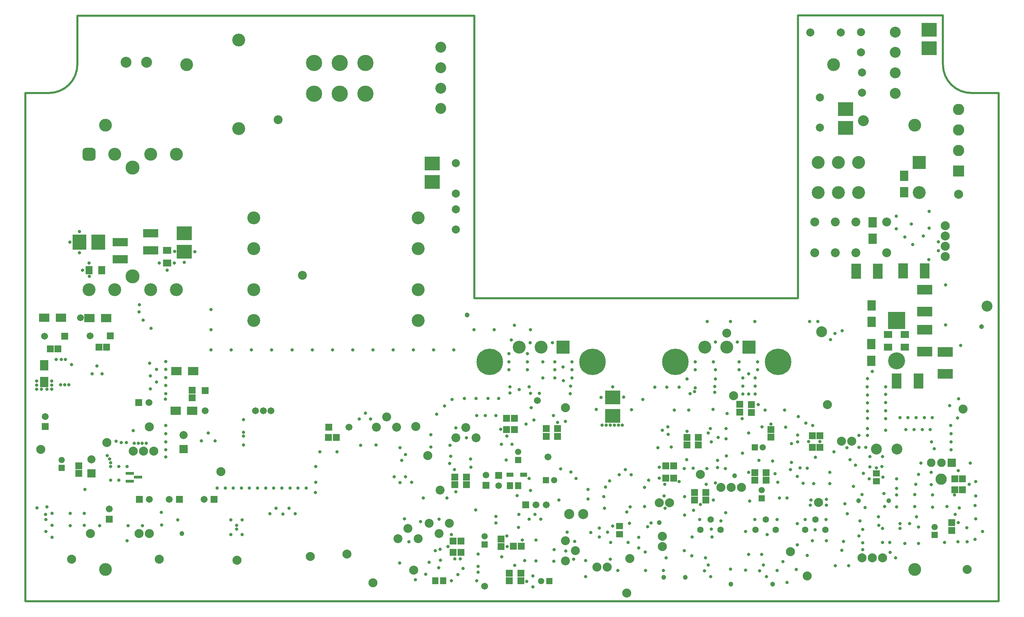
<source format=gbs>
G04*
G04 #@! TF.GenerationSoftware,Altium Limited,Altium Designer,22.6.1 (34)*
G04*
G04 Layer_Color=16711935*
%FSLAX43Y43*%
%MOMM*%
G71*
G04*
G04 #@! TF.SameCoordinates,15A2616C-5F2C-4B92-8F69-33DD5233AD97*
G04*
G04*
G04 #@! TF.FilePolarity,Negative*
G04*
G01*
G75*
%ADD10C,0.500*%
%ADD59R,1.803X1.053*%
%ADD60R,3.703X2.403*%
%ADD61R,3.703X3.403*%
%ADD72R,1.703X1.803*%
%ADD76R,1.703X2.103*%
%ADD77R,2.103X1.703*%
%ADD78R,1.703X1.603*%
%ADD79R,1.603X1.703*%
%ADD80R,1.803X1.703*%
%ADD81R,2.003X2.603*%
%ADD83R,2.603X2.003*%
%ADD84R,2.003X0.803*%
%ADD87C,3.203*%
%ADD88C,3.175*%
%ADD89C,2.000*%
%ADD90C,4.203*%
%ADD91R,4.203X4.203*%
%ADD92R,1.703X1.703*%
%ADD93C,1.703*%
%ADD94R,2.003X2.003*%
%ADD95C,2.003*%
%ADD96C,1.553*%
%ADD97R,1.553X1.553*%
%ADD98R,1.553X1.553*%
%ADD100C,6.553*%
%ADD101C,2.703*%
%ADD102C,2.235*%
%ADD103C,2.503*%
%ADD104R,1.651X1.651*%
%ADD105C,1.651*%
%ADD106C,2.203*%
%ADD107R,3.203X3.203*%
%ADD108C,1.603*%
%ADD109C,2.108*%
%ADD110R,2.108X2.108*%
%ADD111R,3.203X3.203*%
%ADD112C,3.463*%
G04:AMPARAMS|DCode=113|XSize=3.203mm|YSize=3.203mm|CornerRadius=0.852mm|HoleSize=0mm|Usage=FLASHONLY|Rotation=270.000|XOffset=0mm|YOffset=0mm|HoleType=Round|Shape=RoundedRectangle|*
%AMROUNDEDRECTD113*
21,1,3.203,1.500,0,0,270.0*
21,1,1.500,3.203,0,0,270.0*
1,1,1.703,-0.750,-0.750*
1,1,1.703,-0.750,0.750*
1,1,1.703,0.750,0.750*
1,1,1.703,0.750,-0.750*
%
%ADD113ROUNDEDRECTD113*%
%ADD114C,2.803*%
%ADD115R,2.803X2.803*%
%ADD116C,4.013*%
%ADD117R,1.703X1.703*%
%ADD118C,0.813*%
%ADD119C,0.813*%
%ADD120C,1.203*%
%ADD161R,3.703X2.003*%
%ADD162R,2.403X3.703*%
%ADD163R,3.403X3.703*%
%ADD164C,2.794*%
D10*
X326840Y252840D02*
G03*
X333840Y245840I7000J0D01*
G01*
X105835D02*
G03*
X112835Y252840I0J7000D01*
G01*
X100000Y245840D02*
X100000Y120000D01*
X291000Y265000D02*
X326840Y265000D01*
Y252840D02*
Y265000D01*
X112835Y252840D02*
Y264980D01*
X100000Y245840D02*
X105835D01*
X112835Y264980D02*
X211000D01*
X100000Y120000D02*
X340611D01*
X340581Y245840D02*
X340611Y120000D01*
X333840Y245840D02*
X340581D01*
X291000Y194980D02*
Y264980D01*
X211000Y194980D02*
X291000D01*
X211000D02*
Y264980D01*
D59*
X223200Y151300D02*
D03*
X219800D02*
D03*
D60*
X327430Y176300D02*
D03*
X327430Y181700D02*
D03*
X322300Y191700D02*
D03*
X322300Y197100D02*
D03*
X322300Y181800D02*
D03*
X322300Y187200D02*
D03*
D61*
X245200Y165900D02*
D03*
X245200Y170500D02*
D03*
X200600Y223800D02*
D03*
X323400Y261500D02*
D03*
X323400Y256900D02*
D03*
X302800Y241800D02*
D03*
X302800Y237200D02*
D03*
X139300Y211100D02*
D03*
X139300Y206500D02*
D03*
X200600Y228400D02*
D03*
D72*
X220650Y133600D02*
D03*
X222550Y133600D02*
D03*
X220850Y165300D02*
D03*
X218950Y165300D02*
D03*
X220850Y162500D02*
D03*
X218950D02*
D03*
X207650Y134900D02*
D03*
X205750D02*
D03*
X207650Y132100D02*
D03*
X205750D02*
D03*
X174950Y160600D02*
D03*
X176850D02*
D03*
X120050Y182900D02*
D03*
X118150D02*
D03*
X331650Y150300D02*
D03*
X329750Y150300D02*
D03*
X331650Y147600D02*
D03*
X329750Y147600D02*
D03*
X106150Y182500D02*
D03*
X108050Y182500D02*
D03*
X294550Y158100D02*
D03*
X296450D02*
D03*
X260250Y153500D02*
D03*
X258350Y153500D02*
D03*
X260250Y150500D02*
D03*
X258350Y150500D02*
D03*
X296450Y161000D02*
D03*
X294550D02*
D03*
D76*
X118850Y202000D02*
D03*
X115750Y202000D02*
D03*
D77*
X313300Y186050D02*
D03*
X313300Y182950D02*
D03*
X317400Y186050D02*
D03*
X317400Y182950D02*
D03*
X135000Y203750D02*
D03*
X135000Y206850D02*
D03*
D78*
X310400Y151700D02*
D03*
X310400Y149700D02*
D03*
X246900Y138600D02*
D03*
Y136600D02*
D03*
D79*
X201300Y125100D02*
D03*
X203300D02*
D03*
X221800Y148660D02*
D03*
X219800D02*
D03*
D80*
X113200Y151650D02*
D03*
Y153550D02*
D03*
X141200Y170350D02*
D03*
X141200Y172250D02*
D03*
X276600Y166850D02*
D03*
Y168750D02*
D03*
X266346Y160596D02*
D03*
X266346Y158696D02*
D03*
X263546Y160596D02*
D03*
X263546Y158696D02*
D03*
X329000Y137550D02*
D03*
Y139450D02*
D03*
X265450Y145050D02*
D03*
X265450Y146950D02*
D03*
X268250Y145050D02*
D03*
X268250Y146950D02*
D03*
X280300Y149950D02*
D03*
X280300Y151850D02*
D03*
X283100Y149950D02*
D03*
X283100Y151850D02*
D03*
X217600Y133550D02*
D03*
X217600Y135450D02*
D03*
X222500Y126950D02*
D03*
X222500Y125050D02*
D03*
X219650Y126975D02*
D03*
X219650Y125075D02*
D03*
X209000Y148850D02*
D03*
X209000Y150750D02*
D03*
X206200Y148850D02*
D03*
Y150750D02*
D03*
X279500Y168650D02*
D03*
X279500Y166750D02*
D03*
X284300Y160650D02*
D03*
X284300Y162550D02*
D03*
X231600Y160850D02*
D03*
X231600Y162750D02*
D03*
X228800Y160850D02*
D03*
X228800Y162750D02*
D03*
D81*
X317200Y221250D02*
D03*
Y225350D02*
D03*
X309175Y193282D02*
D03*
Y189182D02*
D03*
X309100Y179550D02*
D03*
Y183650D02*
D03*
X309414Y213818D02*
D03*
Y209718D02*
D03*
X104650Y174309D02*
D03*
Y178410D02*
D03*
D83*
X108750Y190200D02*
D03*
X104650D02*
D03*
X137350Y177000D02*
D03*
X141450D02*
D03*
X137150Y167200D02*
D03*
X141250D02*
D03*
X115850Y190100D02*
D03*
X119950D02*
D03*
D84*
X125800Y149750D02*
D03*
Y151650D02*
D03*
X127800Y150700D02*
D03*
D87*
X197120Y214900D02*
D03*
Y207280D02*
D03*
Y197120D02*
D03*
X156480D02*
D03*
Y207280D02*
D03*
X197120Y189500D02*
D03*
X156480D02*
D03*
Y214900D02*
D03*
X306000Y228650D02*
D03*
X301000D02*
D03*
X296000D02*
D03*
Y221150D02*
D03*
X301000D02*
D03*
X306000D02*
D03*
X321000D02*
D03*
X227500Y182900D02*
D03*
X222050D02*
D03*
X137300Y197150D02*
D03*
X130950D02*
D03*
X122050D02*
D03*
X115700D02*
D03*
X137300Y230650D02*
D03*
X122050D02*
D03*
X130950D02*
D03*
X152700Y237050D02*
D03*
Y258950D02*
D03*
X267950Y182900D02*
D03*
X273400D02*
D03*
D88*
X299835Y252840D02*
D03*
X119835Y237840D02*
D03*
Y127840D02*
D03*
X139835Y252840D02*
D03*
X319840Y127840D02*
D03*
Y237840D02*
D03*
D89*
X301550Y260800D02*
D03*
X294050D02*
D03*
X306600Y260900D02*
D03*
Y255900D02*
D03*
X206400Y228450D02*
D03*
Y220950D02*
D03*
X296400Y244750D02*
D03*
Y237250D02*
D03*
X206400Y217000D02*
D03*
Y212000D02*
D03*
X306800Y245900D02*
D03*
Y250900D02*
D03*
D90*
X315400Y179500D02*
D03*
D91*
Y189500D02*
D03*
D92*
X109700Y185600D02*
D03*
X128150Y145200D02*
D03*
X223660Y143900D02*
D03*
X121000Y185700D02*
D03*
X175000Y163100D02*
D03*
X146650Y145200D02*
D03*
X138050Y145200D02*
D03*
X128050Y169200D02*
D03*
D93*
X104700Y185600D02*
D03*
X130650Y145200D02*
D03*
X228740Y143900D02*
D03*
X226200D02*
D03*
X116000Y185700D02*
D03*
X104900Y165750D02*
D03*
X144400Y167200D02*
D03*
X180000Y163100D02*
D03*
X144150Y145200D02*
D03*
X135550Y145200D02*
D03*
X120700Y142850D02*
D03*
X130550Y169200D02*
D03*
X229200Y155700D02*
D03*
X226600Y169700D02*
D03*
X213500Y123700D02*
D03*
X160700Y167200D02*
D03*
X158800D02*
D03*
X156900D02*
D03*
X113600Y190200D02*
D03*
D94*
X116299Y151650D02*
D03*
X139100Y157650D02*
D03*
D95*
X116299Y155150D02*
D03*
X139100Y161150D02*
D03*
D96*
X109000Y155000D02*
D03*
X324800Y138400D02*
D03*
X227500Y125000D02*
D03*
X282000Y147500D02*
D03*
X282300Y158100D02*
D03*
X213500Y136100D02*
D03*
X221800Y157000D02*
D03*
X230700Y150000D02*
D03*
D97*
X109000Y153000D02*
D03*
X324800Y136400D02*
D03*
X282000Y145500D02*
D03*
X213500Y134100D02*
D03*
X221800Y155000D02*
D03*
D98*
X229500Y125000D02*
D03*
X280300Y158100D02*
D03*
X228700Y150000D02*
D03*
D100*
X214800Y179300D02*
D03*
X240200D02*
D03*
X260700D02*
D03*
X286100D02*
D03*
D101*
X315000Y260920D02*
D03*
X315000Y245720D02*
D03*
X315000Y250800D02*
D03*
Y255880D02*
D03*
X315440Y157700D02*
D03*
X310360D02*
D03*
X124860Y253400D02*
D03*
X129940D02*
D03*
X202700Y241980D02*
D03*
X202700Y257180D02*
D03*
X202700Y252100D02*
D03*
Y247020D02*
D03*
X296800Y186700D02*
D03*
X337700Y193100D02*
D03*
X307200Y239000D02*
D03*
D102*
X327400Y205390D02*
D03*
X327400Y207930D02*
D03*
X327400Y210470D02*
D03*
X327400Y213010D02*
D03*
X152300Y130200D02*
D03*
X257451Y133530D02*
D03*
X257451Y136070D02*
D03*
X306862Y130800D02*
D03*
X309402Y130800D02*
D03*
X311942D02*
D03*
X196537Y163248D02*
D03*
X256721Y144400D02*
D03*
X277040Y148200D02*
D03*
X274500D02*
D03*
X271960Y148200D02*
D03*
X248700Y122000D02*
D03*
X199500Y156050D02*
D03*
X233500Y167900D02*
D03*
X196000Y127700D02*
D03*
X331800Y167600D02*
D03*
X296100Y144500D02*
D03*
X249400Y130600D02*
D03*
X130670Y136800D02*
D03*
X128130D02*
D03*
X275039Y170900D02*
D03*
X259261Y144400D02*
D03*
X243870Y128500D02*
D03*
X241330D02*
D03*
X330700Y220800D02*
D03*
X332800Y127840D02*
D03*
X170400Y131100D02*
D03*
X289150Y132300D02*
D03*
X301730Y159600D02*
D03*
X304270D02*
D03*
X126660Y157200D02*
D03*
X129200D02*
D03*
X131740Y157200D02*
D03*
X103800Y157600D02*
D03*
X148300Y152100D02*
D03*
X266900Y151400D02*
D03*
X179500Y131700D02*
D03*
X130600Y163200D02*
D03*
X116100Y136800D02*
D03*
X120100Y159300D02*
D03*
X293282Y126300D02*
D03*
X133083Y130400D02*
D03*
X185900Y124600D02*
D03*
X111400Y130400D02*
D03*
X298300Y168650D02*
D03*
D103*
X237950Y141600D02*
D03*
X234450D02*
D03*
D104*
X213900Y148700D02*
D03*
X217000Y151200D02*
D03*
D105*
X213900Y151240D02*
D03*
X217000Y148660D02*
D03*
D106*
X312914Y206248D02*
D03*
X305294Y206248D02*
D03*
X300214Y206248D02*
D03*
X295134Y206248D02*
D03*
Y213868D02*
D03*
X300214D02*
D03*
X312914D02*
D03*
X305294Y213868D02*
D03*
X206400Y160500D02*
D03*
X208900Y163000D02*
D03*
X211400Y160500D02*
D03*
X192100Y135500D02*
D03*
X194600Y138000D02*
D03*
X197100Y135500D02*
D03*
X233500Y135000D02*
D03*
X236000Y132500D02*
D03*
X233500Y130000D02*
D03*
X204800Y139300D02*
D03*
X202300Y136800D02*
D03*
X199800Y139300D02*
D03*
X186800Y163100D02*
D03*
X189300Y165600D02*
D03*
X191800Y163100D02*
D03*
X273400Y186400D02*
D03*
X162450Y239250D02*
D03*
X202500Y147500D02*
D03*
X168500Y200700D02*
D03*
D107*
X321000Y228650D02*
D03*
D108*
X271900Y137700D02*
D03*
X269400Y140200D02*
D03*
X266900Y137700D02*
D03*
X280500D02*
D03*
X283000Y140200D02*
D03*
X285500Y137700D02*
D03*
X292800D02*
D03*
X295300Y140200D02*
D03*
X297800Y137700D02*
D03*
D109*
X323920Y154300D02*
D03*
X326460D02*
D03*
D110*
X329000D02*
D03*
D111*
X232950Y182900D02*
D03*
X278850D02*
D03*
D112*
X126500Y227400D02*
D03*
Y200400D02*
D03*
D113*
X115700Y230650D02*
D03*
D114*
X330700Y241720D02*
D03*
X330700Y236640D02*
D03*
Y231560D02*
D03*
D115*
X330700Y226480D02*
D03*
D116*
X184050Y253310D02*
D03*
X177700D02*
D03*
X171350D02*
D03*
Y245690D02*
D03*
X177700D02*
D03*
X184050D02*
D03*
D117*
X104900Y163250D02*
D03*
X144400Y172200D02*
D03*
X120700Y140350D02*
D03*
D118*
X261600Y149600D02*
D03*
X330900Y143100D02*
D03*
X308735Y155790D02*
D03*
Y153306D02*
D03*
X333300Y149000D02*
D03*
X319900Y146400D02*
D03*
X304700Y148474D02*
D03*
X277200Y165200D02*
D03*
X307012Y137750D02*
D03*
X306100Y136181D02*
D03*
X315100Y130800D02*
D03*
X303500Y128800D02*
D03*
X210100Y153200D02*
D03*
X312000Y150700D02*
D03*
X319900Y143500D02*
D03*
X298000Y135000D02*
D03*
X311719Y153331D02*
D03*
X324670Y157741D02*
D03*
X324057Y159488D02*
D03*
X320100Y149000D02*
D03*
X330700Y170100D02*
D03*
X328500Y168473D02*
D03*
X145900Y192200D02*
D03*
Y187200D02*
D03*
X224900D02*
D03*
X220900Y188300D02*
D03*
X215900Y187200D02*
D03*
X210900D02*
D03*
X205900Y182200D02*
D03*
X200900D02*
D03*
X195900D02*
D03*
X190900D02*
D03*
X185900D02*
D03*
X180900D02*
D03*
X175900D02*
D03*
X170900D02*
D03*
X165900D02*
D03*
X160900D02*
D03*
X155900D02*
D03*
X150900D02*
D03*
X145900D02*
D03*
X284300Y163900D02*
D03*
X325700Y206800D02*
D03*
X271300Y160600D02*
D03*
X268800Y161700D02*
D03*
X278800D02*
D03*
X263500Y155100D02*
D03*
X263599Y162100D02*
D03*
X259703Y158200D02*
D03*
X133600Y142000D02*
D03*
X133700Y138900D02*
D03*
X125108Y135000D02*
D03*
X128911Y138690D02*
D03*
X125413D02*
D03*
X114757Y147679D02*
D03*
X118400Y138727D02*
D03*
X114584Y138836D02*
D03*
X111042Y138690D02*
D03*
Y141800D02*
D03*
X331200Y183304D02*
D03*
X327500Y188400D02*
D03*
X327501Y198300D02*
D03*
X323300Y204600D02*
D03*
X319400Y208300D02*
D03*
X317400Y210200D02*
D03*
X319000Y213400D02*
D03*
X322000Y210400D02*
D03*
X323400Y216500D02*
D03*
Y212368D02*
D03*
X325700Y209000D02*
D03*
X105288Y143400D02*
D03*
X269558Y137876D02*
D03*
X271960Y139909D02*
D03*
X270606Y149300D02*
D03*
X268493Y152835D02*
D03*
X333622Y154244D02*
D03*
X334900Y149654D02*
D03*
X329874Y141500D02*
D03*
X211900Y127201D02*
D03*
Y128666D02*
D03*
X223900Y124900D02*
D03*
X232950Y178023D02*
D03*
X315393Y147913D02*
D03*
X233000Y174600D02*
D03*
X234700Y171400D02*
D03*
X278800Y171300D02*
D03*
Y176329D02*
D03*
X206100Y152600D02*
D03*
X204225Y145600D02*
D03*
X193700Y140413D02*
D03*
X198366Y145561D02*
D03*
X197720Y139750D02*
D03*
X194822Y134761D02*
D03*
X192538Y129476D02*
D03*
X196442Y125300D02*
D03*
X199000Y126700D02*
D03*
X231900Y145065D02*
D03*
X248300Y152595D02*
D03*
X249550Y143394D02*
D03*
X248700Y142097D02*
D03*
X242997Y145916D02*
D03*
X239073Y145323D02*
D03*
Y147656D02*
D03*
X128154Y193400D02*
D03*
X128100Y191600D02*
D03*
X129100Y189600D02*
D03*
X131050Y187600D02*
D03*
X134700Y179400D02*
D03*
Y177400D02*
D03*
Y175400D02*
D03*
Y173400D02*
D03*
Y171400D02*
D03*
X123100Y150000D02*
D03*
X121100D02*
D03*
X125100Y153400D02*
D03*
X123100D02*
D03*
X134700Y155700D02*
D03*
Y157500D02*
D03*
Y159500D02*
D03*
Y161500D02*
D03*
Y163500D02*
D03*
X134650Y170003D02*
D03*
X120249Y156073D02*
D03*
X120800Y155200D02*
D03*
X121100Y154300D02*
D03*
X121066Y153350D02*
D03*
X147400Y148000D02*
D03*
X137694Y140150D02*
D03*
X149400Y148000D02*
D03*
X151400D02*
D03*
X153400D02*
D03*
X155400D02*
D03*
X157400D02*
D03*
X159400D02*
D03*
X161400D02*
D03*
X163400D02*
D03*
X165400D02*
D03*
X167400D02*
D03*
X169400D02*
D03*
X171800Y153350D02*
D03*
X115800Y200400D02*
D03*
X114146Y202000D02*
D03*
X115750Y203750D02*
D03*
X111000Y208900D02*
D03*
X113400Y206300D02*
D03*
X113400Y211500D02*
D03*
X136900Y206600D02*
D03*
X141900Y206500D02*
D03*
X139300Y203950D02*
D03*
X136788Y203750D02*
D03*
X133100D02*
D03*
X135000Y202000D02*
D03*
X306816Y146412D02*
D03*
X303216Y141703D02*
D03*
X306300Y139900D02*
D03*
X327200Y134600D02*
D03*
X320800Y134289D02*
D03*
X330500Y134700D02*
D03*
X332800D02*
D03*
X334800Y135300D02*
D03*
X336616Y137308D02*
D03*
X334900Y140378D02*
D03*
X332700Y138200D02*
D03*
X330600Y139500D02*
D03*
X328800Y157500D02*
D03*
Y159500D02*
D03*
Y161500D02*
D03*
X306100Y158100D02*
D03*
X309400Y176900D02*
D03*
X308200Y175100D02*
D03*
X220127Y184700D02*
D03*
X224800Y184000D02*
D03*
X230300Y184011D02*
D03*
X227900Y179300D02*
D03*
Y175300D02*
D03*
X230900D02*
D03*
X219800Y171600D02*
D03*
X219760Y173100D02*
D03*
X224558D02*
D03*
X219500Y177300D02*
D03*
Y179300D02*
D03*
X219534Y181346D02*
D03*
X224100Y177300D02*
D03*
Y179300D02*
D03*
X224100Y181346D02*
D03*
X234800Y173300D02*
D03*
X235100Y175300D02*
D03*
X230900Y177300D02*
D03*
X235100D02*
D03*
Y179300D02*
D03*
X270600Y184200D02*
D03*
X276000D02*
D03*
X268533Y189300D02*
D03*
X265458Y171866D02*
D03*
X265600Y172800D02*
D03*
X270400Y171700D02*
D03*
Y173200D02*
D03*
X270600Y175000D02*
D03*
Y177300D02*
D03*
X270100Y179300D02*
D03*
X265600D02*
D03*
Y177300D02*
D03*
X263600Y175000D02*
D03*
X280400Y171300D02*
D03*
X281000Y177300D02*
D03*
X277400Y171300D02*
D03*
Y173300D02*
D03*
Y175300D02*
D03*
X276400Y177300D02*
D03*
X280400Y173300D02*
D03*
Y175300D02*
D03*
X281013Y179300D02*
D03*
X276395D02*
D03*
X280357Y189300D02*
D03*
X274294D02*
D03*
X312700Y162300D02*
D03*
X316200Y165500D02*
D03*
X312700Y165200D02*
D03*
Y167200D02*
D03*
Y169200D02*
D03*
Y171200D02*
D03*
Y173100D02*
D03*
X308100D02*
D03*
X308200Y171100D02*
D03*
Y169100D02*
D03*
Y167100D02*
D03*
Y165300D02*
D03*
Y162800D02*
D03*
X308218Y161100D02*
D03*
X330453Y165400D02*
D03*
X328754Y163504D02*
D03*
X321700Y162500D02*
D03*
X324143Y165500D02*
D03*
X323700Y162500D02*
D03*
X322200Y165500D02*
D03*
X320200D02*
D03*
X317700Y162500D02*
D03*
X319700D02*
D03*
X298900Y149100D02*
D03*
Y151913D02*
D03*
X296418Y159570D02*
D03*
X289400Y154400D02*
D03*
Y159000D02*
D03*
X290800Y150900D02*
D03*
X223800Y163900D02*
D03*
X233471Y164564D02*
D03*
X231600Y164300D02*
D03*
X230546Y166000D02*
D03*
X230859Y179300D02*
D03*
X241100Y167500D02*
D03*
X249842Y167458D02*
D03*
X252600Y170000D02*
D03*
X255600Y173000D02*
D03*
X258600D02*
D03*
X261584Y172966D02*
D03*
X264285Y171400D02*
D03*
X270000Y167500D02*
D03*
X263950Y167300D02*
D03*
X260396D02*
D03*
X235562Y130400D02*
D03*
X233600Y132474D02*
D03*
X235796Y134847D02*
D03*
X233969Y137100D02*
D03*
X221900Y138300D02*
D03*
X218990Y136211D02*
D03*
X206200Y130500D02*
D03*
X205300Y136500D02*
D03*
X202300Y140350D02*
D03*
X171700Y146900D02*
D03*
X171800Y149450D02*
D03*
X172840Y157001D02*
D03*
X177000Y157000D02*
D03*
X182884Y158600D02*
D03*
X186700Y158700D02*
D03*
X192650Y157995D02*
D03*
X193014Y154900D02*
D03*
X217800Y131000D02*
D03*
X244604Y130451D02*
D03*
X253279Y127627D02*
D03*
X258400Y130800D02*
D03*
X302250Y134842D02*
D03*
X327800Y143500D02*
D03*
X329700Y146300D02*
D03*
X323920Y148850D02*
D03*
X311940Y155790D02*
D03*
X303828Y155100D02*
D03*
X307800Y158100D02*
D03*
X281134Y168650D02*
D03*
X282866Y167300D02*
D03*
X287700D02*
D03*
X291105Y165746D02*
D03*
X290913Y161116D02*
D03*
X262950Y141318D02*
D03*
X258122Y143000D02*
D03*
X257932Y146066D02*
D03*
X253050Y143477D02*
D03*
X251600Y135800D02*
D03*
Y133211D02*
D03*
X253269Y132213D02*
D03*
X253794Y138437D02*
D03*
X226200Y130000D02*
D03*
X230600Y129900D02*
D03*
X223400Y130100D02*
D03*
X202175Y128324D02*
D03*
X199800Y129671D02*
D03*
X211900Y131700D02*
D03*
X204425Y133576D02*
D03*
X202500Y132900D02*
D03*
X216300Y141000D02*
D03*
Y139397D02*
D03*
X221955Y141498D02*
D03*
X224854Y147410D02*
D03*
X221600Y146200D02*
D03*
X210027Y155200D02*
D03*
X218891Y155000D02*
D03*
X220300Y158900D02*
D03*
X217650Y158900D02*
D03*
X247900Y170592D02*
D03*
X245200Y173100D02*
D03*
X242300Y170500D02*
D03*
X222050Y172393D02*
D03*
X227082Y171497D02*
D03*
X224900D02*
D03*
X225043Y167900D02*
D03*
X225728Y164852D02*
D03*
X217504Y162562D02*
D03*
X218993Y160938D02*
D03*
X217000Y170254D02*
D03*
X214404Y170182D02*
D03*
X211400D02*
D03*
X208500D02*
D03*
X205441Y169944D02*
D03*
X203600Y168331D02*
D03*
X201663Y166300D02*
D03*
X211548Y166000D02*
D03*
X213691D02*
D03*
X216300D02*
D03*
X206416Y162926D02*
D03*
X209048Y160500D02*
D03*
X204948Y158600D02*
D03*
X205137Y155900D02*
D03*
X204900Y154100D02*
D03*
X200200Y158200D02*
D03*
X200218Y161211D02*
D03*
X257687Y127600D02*
D03*
X246497D02*
D03*
X243200Y143062D02*
D03*
X244700Y134560D02*
D03*
X248958Y134535D02*
D03*
X249304Y139300D02*
D03*
X254704Y139418D02*
D03*
X264800Y135956D02*
D03*
X264756Y131303D02*
D03*
X278027Y127687D02*
D03*
X274291Y128000D02*
D03*
X278027Y137248D02*
D03*
X278816Y131637D02*
D03*
X282000D02*
D03*
X288250Y124643D02*
D03*
X287300Y129800D02*
D03*
X293282Y131320D02*
D03*
X290857Y133968D02*
D03*
Y139240D02*
D03*
X292800Y140200D02*
D03*
X295200Y137700D02*
D03*
X297958Y140200D02*
D03*
X294642Y163500D02*
D03*
X292958Y164100D02*
D03*
X318200Y165500D02*
D03*
X306100Y161100D02*
D03*
X303100Y158000D02*
D03*
X299900Y157000D02*
D03*
X292300Y149200D02*
D03*
X294900Y149100D02*
D03*
X305200Y153700D02*
D03*
X302600Y144100D02*
D03*
X298000Y145200D02*
D03*
X294054Y143800D02*
D03*
X288300Y145600D02*
D03*
X286400D02*
D03*
X285969Y149461D02*
D03*
X283400Y136500D02*
D03*
X285796Y140271D02*
D03*
X280300D02*
D03*
X266700Y140200D02*
D03*
X269775Y135920D02*
D03*
X273151Y141929D02*
D03*
X270095Y145050D02*
D03*
X279085Y144800D02*
D03*
X281374Y154900D02*
D03*
X284689Y154700D02*
D03*
X269400Y126100D02*
D03*
X268110Y130749D02*
D03*
X268794Y129000D02*
D03*
X267918Y127500D02*
D03*
X281500D02*
D03*
X282454Y129000D02*
D03*
X283175Y126100D02*
D03*
X324300Y143300D02*
D03*
X334900Y146100D02*
D03*
X334800Y143700D02*
D03*
X295300Y155685D02*
D03*
X293263Y152900D02*
D03*
X291500Y153000D02*
D03*
X290913Y159488D02*
D03*
X287975Y163065D02*
D03*
X282100Y163200D02*
D03*
X258800D02*
D03*
X258900Y161300D02*
D03*
X257439Y162300D02*
D03*
X256378Y158034D02*
D03*
X258083Y148946D02*
D03*
X256700Y150500D02*
D03*
Y153206D02*
D03*
X254100Y150000D02*
D03*
X253050Y148163D02*
D03*
X262950Y145916D02*
D03*
X262900Y152890D02*
D03*
X265100Y152900D02*
D03*
X278816Y151900D02*
D03*
X277316Y156706D02*
D03*
X273051Y152890D02*
D03*
X266900Y144000D02*
D03*
X265200Y142500D02*
D03*
X239804Y136993D02*
D03*
X243904Y137126D02*
D03*
X241900Y135956D02*
D03*
Y138163D02*
D03*
X243374Y148291D02*
D03*
X244428Y149807D02*
D03*
X246800Y151300D02*
D03*
X249800D02*
D03*
X234829Y152000D02*
D03*
X236148Y150400D02*
D03*
X232305Y152754D02*
D03*
X224500Y140340D02*
D03*
X226000Y141498D02*
D03*
X227400Y140300D02*
D03*
X225472Y126300D02*
D03*
Y123600D02*
D03*
X238505Y126095D02*
D03*
X238492Y130100D02*
D03*
X230700Y132800D02*
D03*
X226240Y135180D02*
D03*
X222879D02*
D03*
X208199Y128100D02*
D03*
X206929Y126600D02*
D03*
X162000Y143054D02*
D03*
X165200Y143000D02*
D03*
X160400Y141700D02*
D03*
X163620Y141600D02*
D03*
X166695Y141700D02*
D03*
X150784Y140131D02*
D03*
X153605D02*
D03*
X152200Y138800D02*
D03*
Y137900D02*
D03*
X150784Y136550D02*
D03*
X153605D02*
D03*
X192596Y149405D02*
D03*
X195489Y149450D02*
D03*
X194000Y150800D02*
D03*
X191200D02*
D03*
X185300Y165100D02*
D03*
X182500D02*
D03*
X184038Y166603D02*
D03*
X153900Y158700D02*
D03*
X153941Y160899D02*
D03*
X153950Y161825D02*
D03*
X153900Y165000D02*
D03*
X145200Y161690D02*
D03*
X143471Y159742D02*
D03*
X146900Y159700D02*
D03*
X105000Y141500D02*
D03*
X102900Y143100D02*
D03*
X105100Y140200D02*
D03*
X105100Y137300D02*
D03*
X106550Y135877D02*
D03*
Y138836D02*
D03*
X106600Y141800D02*
D03*
X114584D02*
D03*
X110700Y173600D02*
D03*
X109700Y173600D02*
D03*
X108700D02*
D03*
X118922Y176346D02*
D03*
X116531D02*
D03*
X117699Y178250D02*
D03*
X108846Y179893D02*
D03*
X111402Y178595D02*
D03*
X107627Y179893D02*
D03*
X109900D02*
D03*
X132400Y174300D02*
D03*
X130850Y172600D02*
D03*
Y175837D02*
D03*
X132400Y177400D02*
D03*
X130750Y178900D02*
D03*
X124950Y159300D02*
D03*
X123696D02*
D03*
X122405Y159596D02*
D03*
X126900Y159100D02*
D03*
X126660Y162234D02*
D03*
X127900Y159100D02*
D03*
X128900D02*
D03*
X129882Y159100D02*
D03*
X224500Y150400D02*
D03*
X245200Y138640D02*
D03*
X273200Y162800D02*
D03*
X289150Y152600D02*
D03*
X269612Y159488D02*
D03*
X273298Y155950D02*
D03*
X207500Y130500D02*
D03*
X268300Y149000D02*
D03*
X271100Y153100D02*
D03*
Y154900D02*
D03*
X273200Y160200D02*
D03*
X293600Y159570D02*
D03*
X247600Y163600D02*
D03*
X242600D02*
D03*
X205300Y125100D02*
D03*
X211600D02*
D03*
X201300Y132500D02*
D03*
X206400Y147100D02*
D03*
X219100Y133560D02*
D03*
X106500Y172500D02*
D03*
Y173500D02*
D03*
X105300Y172500D02*
D03*
X104000D02*
D03*
X102800D02*
D03*
Y173500D02*
D03*
Y174500D02*
D03*
X106500D02*
D03*
X246600Y163600D02*
D03*
X245600D02*
D03*
X244600D02*
D03*
X243600D02*
D03*
X220950Y128895D02*
D03*
X202600Y130165D02*
D03*
X211297Y142600D02*
D03*
X269300Y162800D02*
D03*
X262900Y132500D02*
D03*
X285325Y151625D02*
D03*
D119*
X310400Y153000D02*
D03*
X285796Y127600D02*
D03*
X290600Y127849D02*
D03*
X294554Y135000D02*
D03*
X324300Y146300D02*
D03*
X315400Y143400D02*
D03*
Y146300D02*
D03*
X313800Y132100D02*
D03*
X307000Y132800D02*
D03*
X313700Y134600D02*
D03*
X311900D02*
D03*
X308600Y150300D02*
D03*
X307200Y151700D02*
D03*
X317400Y134289D02*
D03*
X318600Y139200D02*
D03*
X316200D02*
D03*
Y138000D02*
D03*
X312230Y146700D02*
D03*
X311000Y138800D02*
D03*
X312400Y143500D02*
D03*
X310914Y140900D02*
D03*
X311900Y138000D02*
D03*
X330600Y152362D02*
D03*
X320800Y151400D02*
D03*
X321391Y154244D02*
D03*
X323894Y151913D02*
D03*
X299080Y184800D02*
D03*
X300100Y186300D02*
D03*
X301900Y187000D02*
D03*
X293900Y189300D02*
D03*
X295900D02*
D03*
X273500Y166500D02*
D03*
X301852Y132625D02*
D03*
X307580Y143200D02*
D03*
X320300Y140900D02*
D03*
X300200Y128800D02*
D03*
X307000Y134500D02*
D03*
X315393Y150300D02*
D03*
X320800Y138400D02*
D03*
X298000Y143800D02*
D03*
X294200Y145100D02*
D03*
X315300Y215368D02*
D03*
X315300Y212200D02*
D03*
X194000Y156360D02*
D03*
D120*
X306000Y144900D02*
D03*
X313400D02*
D03*
X138660Y136800D02*
D03*
X256700Y139500D02*
D03*
X336400Y188000D02*
D03*
X284700Y124200D02*
D03*
X274400D02*
D03*
X257800Y125900D02*
D03*
X263100D02*
D03*
X209200Y190900D02*
D03*
X275300Y151100D02*
D03*
D161*
X123400Y208900D02*
D03*
X123400Y204700D02*
D03*
X131000Y206900D02*
D03*
X131000Y211100D02*
D03*
D162*
X322354Y201816D02*
D03*
X316954Y201816D02*
D03*
X310754Y201716D02*
D03*
X305354Y201716D02*
D03*
X315400Y174500D02*
D03*
X320800Y174500D02*
D03*
D163*
X113400Y208900D02*
D03*
X118000Y208900D02*
D03*
D164*
X326404Y150200D02*
D03*
M02*

</source>
